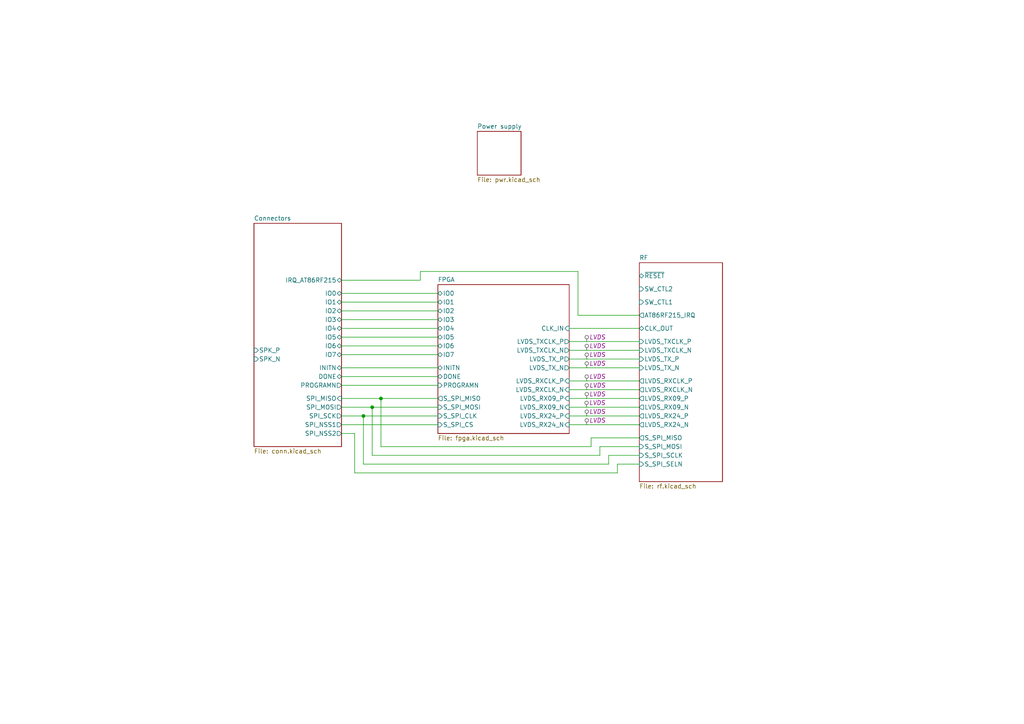
<source format=kicad_sch>
(kicad_sch (version 20230121) (generator eeschema)
  (paper "A4")
  (title_block (title "OpenHT - open source SDR handheld") (date "2023-02-17") (rev "A") (company "M17 Project") (comment 1 "Authors: Wojciech SP5WWP, Leo Hofer, Morgan ON4MOD"))
  (lib_symbols)
  (junction (at 110.49 115.57))
  (junction (at 107.95 118.11))
  (junction (at 105.41 120.65))
  (wire (pts (xy 167.64 91.44) (xy 185.42 91.44)))
  (wire (pts (xy 176.53 132.08) (xy 176.53 134.62)))
  (wire (pts (xy 99.06 92.71) (xy 127 92.71)))
  (wire (pts (xy 99.06 115.57) (xy 110.49 115.57)))
  (wire (pts (xy 165.1 101.6) (xy 185.42 101.6)))
  (wire (pts (xy 165.1 104.14) (xy 185.42 104.14)))
  (wire (pts (xy 99.06 109.22) (xy 127 109.22)))
  (wire (pts (xy 165.1 99.06) (xy 185.42 99.06)))
  (wire (pts (xy 165.1 95.25) (xy 185.42 95.25)))
  (wire (pts (xy 105.41 120.65) (xy 105.41 134.62)))
  (wire (pts (xy 165.1 115.57) (xy 185.42 115.57)))
  (wire (pts (xy 165.1 120.65) (xy 185.42 120.65)))
  (wire (pts (xy 110.49 115.57) (xy 110.49 129.54)))
  (wire (pts (xy 110.49 115.57) (xy 127 115.57)))
  (wire (pts (xy 165.1 113.03) (xy 185.42 113.03)))
  (wire (pts (xy 99.06 97.79) (xy 127 97.79)))
  (wire (pts (xy 99.06 81.28) (xy 121.92 81.28)))
  (wire (pts (xy 99.06 95.25) (xy 127 95.25)))
  (wire (pts (xy 99.06 106.68) (xy 127 106.68)))
  (wire (pts (xy 102.87 125.73) (xy 102.87 137.16)))
  (wire (pts (xy 176.53 132.08) (xy 185.42 132.08)))
  (wire (pts (xy 99.06 118.11) (xy 107.95 118.11)))
  (wire (pts (xy 107.95 118.11) (xy 107.95 132.08)))
  (wire (pts (xy 99.06 85.09) (xy 127 85.09)))
  (wire (pts (xy 179.07 134.62) (xy 179.07 137.16)))
  (wire (pts (xy 99.06 125.73) (xy 102.87 125.73)))
  (wire (pts (xy 165.1 118.11) (xy 185.42 118.11)))
  (wire (pts (xy 99.06 90.17) (xy 127 90.17)))
  (wire (pts (xy 99.06 120.65) (xy 105.41 120.65)))
  (wire (pts (xy 99.06 123.19) (xy 127 123.19)))
  (wire (pts (xy 171.45 127) (xy 185.42 127)))
  (wire (pts (xy 173.99 129.54) (xy 173.99 132.08)))
  (wire (pts (xy 165.1 110.49) (xy 185.42 110.49)))
  (wire (pts (xy 165.1 123.19) (xy 185.42 123.19)))
  (wire (pts (xy 179.07 134.62) (xy 185.42 134.62)))
  (wire (pts (xy 99.06 100.33) (xy 127 100.33)))
  (wire (pts (xy 173.99 129.54) (xy 185.42 129.54)))
  (wire (pts (xy 165.1 106.68) (xy 185.42 106.68)))
  (wire (pts (xy 105.41 134.62) (xy 176.53 134.62)))
  (wire (pts (xy 107.95 118.11) (xy 127 118.11)))
  (wire (pts (xy 167.64 91.44) (xy 167.64 78.74)))
  (wire (pts (xy 110.49 129.54) (xy 171.45 129.54)))
  (wire (pts (xy 99.06 102.87) (xy 127 102.87)))
  (wire (pts (xy 99.06 111.76) (xy 127 111.76)))
  (wire (pts (xy 107.95 132.08) (xy 173.99 132.08)))
  (wire (pts (xy 121.92 78.74) (xy 121.92 81.28)))
  (wire (pts (xy 171.45 127) (xy 171.45 129.54)))
  (wire (pts (xy 99.06 87.63) (xy 127 87.63)))
  (wire (pts (xy 102.87 137.16) (xy 179.07 137.16)))
  (wire (pts (xy 105.41 120.65) (xy 127 120.65)))
  (wire (pts (xy 121.92 78.74) (xy 167.64 78.74)))
  (netclass_flag "" (length 1.27) (shape round) (at 170.18 104.14 0) (property "Netclass" "LVDS" (at 170.8785 102.87 0) (effects (font italic) (justify left))))
  (netclass_flag "" (length 1.27) (shape round) (at 170.18 123.19 0) (property "Netclass" "LVDS" (at 170.8785 121.92 0) (effects (font italic) (justify left))))
  (netclass_flag "" (length 1.27) (shape round) (at 170.18 113.03 0) (property "Netclass" "LVDS" (at 170.8785 111.76 0) (effects (font italic) (justify left))))
  (netclass_flag "" (length 1.27) (shape round) (at 170.18 115.57 0) (property "Netclass" "LVDS" (at 170.8785 114.3 0) (effects (font italic) (justify left))))
  (netclass_flag "" (length 1.27) (shape round) (at 170.1358 118.11 0) (property "Netclass" "LVDS" (at 170.8343 116.84 0) (effects (font italic) (justify left))))
  (netclass_flag "" (length 1.27) (shape round) (at 170.18 120.65 0) (property "Netclass" "LVDS" (at 170.8785 119.38 0) (effects (font italic) (justify left))))
  (netclass_flag "" (length 1.27) (shape round) (at 170.18 99.06 0) (property "Netclass" "LVDS" (at 170.8785 97.79 0) (effects (font italic) (justify left))))
  (netclass_flag "" (length 1.27) (shape round) (at 170.18 110.49 0) (property "Netclass" "LVDS" (at 170.8785 109.22 0) (effects (font italic) (justify left))))
  (netclass_flag "" (length 1.27) (shape round) (at 170.18 101.6 0) (property "Netclass" "LVDS" (at 170.8785 100.33 0) (effects (font italic) (justify left))))
  (netclass_flag "" (length 1.27) (shape round) (at 170.18 106.68 0) (property "Netclass" "LVDS" (at 170.8785 105.41 0) (effects (font italic) (justify left))))
  (sheet (at 138.43 38.1) (size 12.7 12.7) (stroke (width 0.1524))
    (property "Sheetname" "Power supply" (at 138.43 37.3884 0) (effects (justify left bottom)))
    (property "Sheetfile" "pwr.kicad_sch" (at 138.43 51.3846 0) (effects (justify left top)))
  )
  (sheet (at 73.66 64.77) (size 25.4 64.77) (stroke (width 0.1524))
    (property "Sheetname" "Connectors" (at 73.66 64.0584 0) (effects (justify left bottom)))
    (property "Sheetfile" "conn.kicad_sch" (at 73.66 130.1246 0) (effects (justify left top)))
    (pin "SPK_P" input (at 73.66 101.6 180))
    (pin "SPI_SCK" output (at 99.06 120.65 0))
    (pin "SPK_N" input (at 73.66 104.14 180))
    (pin "SPI_NSS2" output (at 99.06 125.73 0))
    (pin "SPI_NSS1" output (at 99.06 123.19 0))
    (pin "SPI_MOSI" output (at 99.06 118.11 0))
    (pin "SPI_MISO" input (at 99.06 115.57 0))
    (pin "PROGRAMN" output (at 99.06 111.76 0))
    (pin "IO7" bidirectional (at 99.06 102.87 0))
    (pin "IO6" bidirectional (at 99.06 100.33 0))
    (pin "DONE" bidirectional (at 99.06 109.22 0))
    (pin "IO0" bidirectional (at 99.06 85.09 0))
    (pin "IO5" bidirectional (at 99.06 97.79 0))
    (pin "INITN" bidirectional (at 99.06 106.68 0))
    (pin "IO2" bidirectional (at 99.06 90.17 0))
    (pin "IO4" bidirectional (at 99.06 95.25 0))
    (pin "IO3" bidirectional (at 99.06 92.71 0))
    (pin "IO1" bidirectional (at 99.06 87.63 0))
    (pin "IRQ_AT86RF215" bidirectional (at 99.06 81.28 0))
  )
  (sheet (at 127 82.55) (size 38.1 43.18) (stroke (width 0.1524))
    (property "Sheetname" "FPGA" (at 127 81.8384 0) (effects (justify left bottom)))
    (property "Sheetfile" "fpga.kicad_sch" (at 127 126.3146 0) (effects (justify left top)))
    (pin "LVDS_TX_N" output (at 165.1 106.68 0))
    (pin "LVDS_TXCLK_N" output (at 165.1 101.6 0))
    (pin "LVDS_TX_P" output (at 165.1 104.14 0))
    (pin "LVDS_TXCLK_P" output (at 165.1 99.06 0))
    (pin "LVDS_RX24_P" input (at 165.1 120.65 0))
    (pin "LVDS_RX09_N" input (at 165.1 118.11 0))
    (pin "LVDS_RX24_N" input (at 165.1 123.19 0))
    (pin "LVDS_RXCLK_N" input (at 165.1 113.03 0))
    (pin "LVDS_RXCLK_P" input (at 165.1 110.49 0))
    (pin "LVDS_RX09_P" input (at 165.1 115.57 0))
    (pin "S_SPI_MOSI" input (at 127 118.11 180))
    (pin "S_SPI_CS" input (at 127 123.19 180))
    (pin "S_SPI_MISO" output (at 127 115.57 180))
    (pin "S_SPI_CLK" input (at 127 120.65 180))
    (pin "PROGRAMN" input (at 127 111.76 180))
    (pin "CLK_IN" input (at 165.1 95.25 0))
    (pin "IO2" bidirectional (at 127 90.17 180))
    (pin "IO3" bidirectional (at 127 92.71 180))
    (pin "IO4" bidirectional (at 127 95.25 180))
    (pin "IO1" bidirectional (at 127 87.63 180))
    (pin "IO0" bidirectional (at 127 85.09 180))
    (pin "INITN" bidirectional (at 127 106.68 180))
    (pin "IO6" bidirectional (at 127 100.33 180))
    (pin "IO7" bidirectional (at 127 102.87 180))
    (pin "IO5" bidirectional (at 127 97.79 180))
    (pin "DONE" bidirectional (at 127 109.22 180))
  )
  (sheet (at 185.42 76.2) (size 24.13 63.5) (stroke (width 0.1524))
    (property "Sheetname" "RF" (at 185.42 75.4884 0) (effects (justify left bottom)))
    (property "Sheetfile" "rf.kicad_sch" (at 185.42 140.2846 0) (effects (justify left top)))
    (pin "LVDS_RX24_N" output (at 185.42 123.19 180))
    (pin "LVDS_RXCLK_N" output (at 185.42 113.03 180))
    (pin "LVDS_RXCLK_P" output (at 185.42 110.49 180))
    (pin "LVDS_RX24_P" output (at 185.42 120.65 180))
    (pin "LVDS_TX_N" input (at 185.42 106.68 180))
    (pin "LVDS_TXCLK_P" input (at 185.42 99.06 180))
    (pin "LVDS_RX09_N" output (at 185.42 118.11 180))
    (pin "LVDS_TX_P" input (at 185.42 104.14 180))
    (pin "LVDS_TXCLK_N" input (at 185.42 101.6 180))
    (pin "LVDS_RX09_P" output (at 185.42 115.57 180))
    (pin "AT86RF215_IRQ" output (at 185.42 91.44 180))
    (pin "S_SPI_SCLK" input (at 185.42 132.08 180))
    (pin "S_SPI_SELN" input (at 185.42 134.62 180))
    (pin "S_SPI_MOSI" input (at 185.42 129.54 180))
    (pin "S_SPI_MISO" output (at 185.42 127 180))
    (pin "CLK_OUT" bidirectional (at 185.42 95.25 180))
    (pin "SW_CTL1" input (at 185.42 87.63 180))
    (pin "SW_CTL2" input (at 185.42 83.82 180))
    (pin "~{RESET}" bidirectional (at 185.42 80.01 180))
  )
)
</source>
